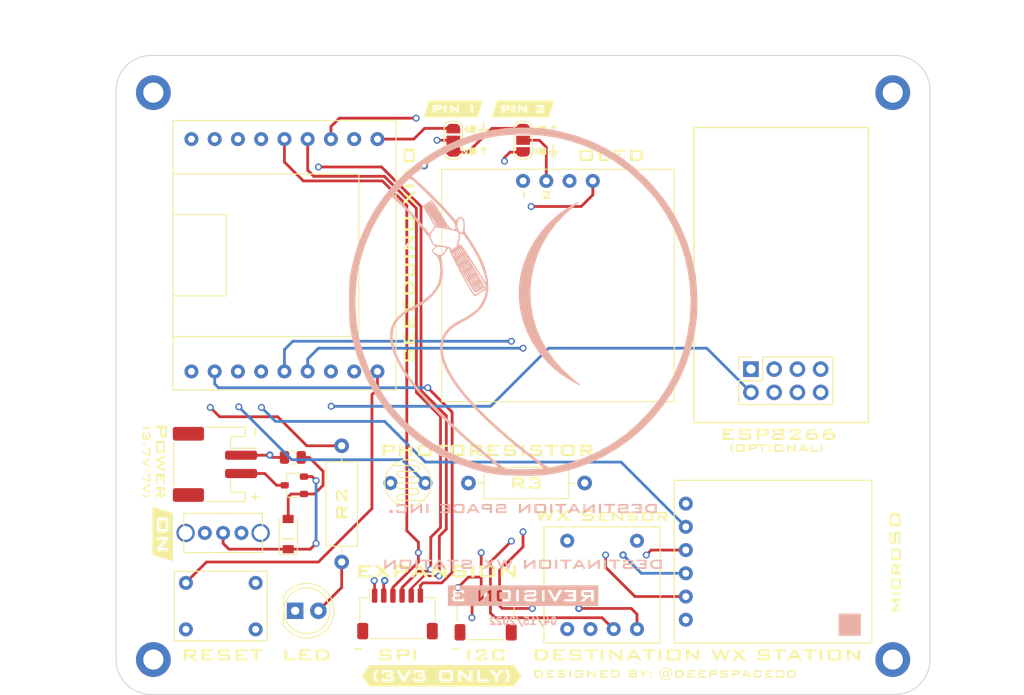
<source format=kicad_pcb>
(kicad_pcb (version 20211014) (generator pcbnew)
  (title_block (title "Destination Weather Station") (date "2022-04-13") (rev "01") (company "Destination SPACE Inc.") (comment 1 "Drawn by: Austin GIeydura") (comment 2 "Status: PROTOTYPE") (comment 3 "(c) Destination SPACE Inc. 2022") (comment 4 "Licensed under CERN OHLv2 - Permissive"))
  (layers (0 "F.Cu" signal) (1 "In1.Cu" signal) (2 "In2.Cu" signal) (31 "B.Cu" signal) (34 "B.Paste" user) (35 "F.Paste" user) (36 "B.SilkS" user "B.Silkscreen") (37 "F.SilkS" user "F.Silkscreen") (38 "B.Mask" user) (39 "F.Mask" user) (44 "Edge.Cuts" user))
  (net 0 "")
  (net 1 "+3V3")
  (net 2 "D3")
  (net 3 "MOSI")
  (net 4 "SCK")
  (net 5 "MISO")
  (net 6 "GND")
  (net 7 "D0")
  (net 8 "Net-(D2-Pad2)")
  (net 9 "VCC")
  (net 10 "Net-(JP1-Pad2)")
  (net 11 "Net-(JP2-Pad2)")
  (net 12 "D1")
  (net 13 "SDA")
  (net 14 "SCL")
  (net 15 "TX")
  (net 17 "RST")
  (net 18 "RX")
  (net 20 "Net-(J1-Pad2)")
  (net 21 "Net-(D1-Pad1)")
  (net 22 "Net-(D1-Pad2)")
  (net 25 "A2")
  (footprint "kibuzzard-62111204" (layer "F.Cu") (at 87.122 69.85 -90)
    (fp_text reference "kibuzzard-62111204" hide)
    (fp_text value "G***" hide)
  )
  (footprint "kibuzzard-62111258" (layer "F.Cu") (at 114.554 90.932)
    (fp_text reference "kibuzzard-62111258" hide)
    (fp_text value "G***" hide)
  )
  (footprint "kibuzzard-62111477" (layer "F.Cu") (at 137.922 36.322)
    (fp_text reference "kibuzzard-62111477" hide)
    (fp_text value "G***" hide)
  )
  (footprint "Connector_JST:JST_SH_SM04B-SRSS-TB_1x04-1MP_P1.00mm_Horizontal" (layer "F.Cu") (at 124.181997 86.581996)
    (fp_text reference "J3")
    (fp_text value "Conn_01x04_Female")
    (pad "1" smd roundrect (at -1.5 -2) (size 0.6 1.55) (layers "F.Cu" "F.Paste" "F.Mask") (net 6 "GND"))
    (pad "2" smd roundrect (at -0.5 -2) (size 0.6 1.55) (layers "F.Cu" "F.Paste" "F.Mask") (net 1 "+3V3"))
    (pad "3" smd roundrect (at 0.5 -2) (size 0.6 1.55) (layers "F.Cu" "F.Paste" "F.Mask") (net 13 "SDA"))
    (pad "4" smd roundrect (at 1.5 -2) (size 0.6 1.55) (layers "F.Cu" "F.Paste" "F.Mask") (net 14 "SCL"))
    (pad "MP" smd roundrect (at 2.8 1.875) (size 1.2 1.8) (layers "F.Cu" "F.Paste" "F.Mask") (roundrect_rratio 0.208333))
    (pad "MP" smd roundrect (at -2.8 1.875) (size 1.2 1.8) (layers "F.Cu" "F.Paste" "F.Mask") (roundrect_rratio 0.208333))
  )
  (footprint "Jumper:SolderJumper-3_P1.3mm_Open_RoundedPad1.0x1.5mm" (layer "F.Cu") (at 128.27 34.671 90)
    (fp_text reference "JP2")
    (fp_text value "Jumper_3_Open" hide)
    (pad "1" smd custom locked (at -1.3 0 90) (size 1 0.5) (layers "F.Cu" "F.Mask") (net 6 "GND") (options (clearance outline) (anchor rect)) (primitives (gr_circle (center 0 0.25) (end 0.5 0.25) (width 0) (fill yes)) (gr_circle (center 0 -0.25) (end 0.5 -0.25) (width 0) (fill yes)) (gr_poly (pts (xy 0.55 0.75) (xy 0 0.75) (xy 0 -0.75) (xy 0.55 -0.75)) (width 0) (fill yes))))
    (pad "2" smd rect locked (at 0 0 90) (size 1 1.5) (layers "F.Cu" "F.Mask") (net 11 "Net-(JP2-Pad2)"))
    (pad "3" smd custom locked (at 1.3 0 90) (size 1 0.5) (layers "F.Cu" "F.Mask") (net 1 "+3V3") (options (clearance outline) (anchor rect)) (primitives (gr_circle (center 0 0.25) (end 0.5 0.25) (width 0) (fill yes)) (gr_circle (center 0 -0.25) (end 0.5 -0.25) (width 0) (fill yes)) (gr_poly (pts (xy 0 0.75) (xy -0.55 0.75) (xy -0.55 -0.75) (xy 0 -0.75)) (width 0) (fill yes))))
  )
  (footprint "kibuzzard-621114C2" (layer "F.Cu") (at 128.27 31.242)
    (fp_text reference "kibuzzard-621114C2" hide)
    (fp_text value "G***" hide)
  )
  (footprint "Jumper:SolderJumper-3_P1.3mm_Open_RoundedPad1.0x1.5mm" (layer "F.Cu") (at 120.65 34.671 90)
    (fp_text reference "JP1")
    (fp_text value "Jumper_3_Open" hide)
    (pad "1" smd custom locked (at -1.3 0 90) (size 1 0.5) (layers "F.Cu" "F.Mask") (net 1 "+3V3") (options (clearance outline) (anchor rect)) (primitives (gr_circle (center 0 0.25) (end 0.5 0.25) (width 0) (fill yes)) (gr_circle (center 0 -0.25) (end 0.5 -0.25) (width 0) (fill yes)) (gr_poly (pts (xy 0.55 0.75) (xy 0 0.75) (xy 0 -0.75) (xy 0.55 -0.75)) (width 0) (fill yes))))
    (pad "2" smd rect locked (at 0 0 90) (size 1 1.5) (layers "F.Cu" "F.Mask") (net 10 "Net-(JP1-Pad2)"))
    (pad "3" smd custom locked (at 1.3 0 90) (size 1 0.5) (layers "F.Cu" "F.Mask") (net 6 "GND") (options (clearance outline) (anchor rect)) (primitives (gr_circle (center 0 0.25) (end 0.5 0.25) (width 0) (fill yes)) (gr_circle (center 0 -0.25) (end 0.5 -0.25) (width 0) (fill yes)) (gr_poly (pts (xy 0 0.75) (xy -0.55 0.75) (xy -0.55 -0.75) (xy 0 -0.75)) (width 0) (fill yes))))
  )
  (footprint "DS-connectors:BME280Breakout" (layer "F.Cu") (at 136.906 75.405996)
    (fp_text reference "U3")
    (fp_text value "BME280Breakout")
    (pad "1" thru_hole circle locked (at -3.81 12.7) (size 1.524 1.524) (drill 0.762) (layers *.Cu *.Mask) (net 6 "GND"))
    (pad "2" thru_hole circle locked (at -1.27 12.7) (size 1.524 1.524) (drill 0.762) (layers *.Cu *.Mask) (net 1 "+3V3"))
    (pad "3" thru_hole circle locked (at 1.27 12.7) (size 1.524 1.524) (drill 0.762) (layers *.Cu *.Mask) (net 13 "SDA"))
    (pad "4" thru_hole circle locked (at 3.81 12.7) (size 1.524 1.524) (drill 0.762) (layers *.Cu *.Mask) (net 14 "SCL"))
    (pad "5" thru_hole circle locked (at -3.81 3.048) (size 1.524 1.524) (drill 0.762) (layers *.Cu *.Mask) (net 6 "GND"))
    (pad "6" thru_hole circle locked (at 3.81 3.048) (size 1.524 1.524) (drill 0.762) (layers *.Cu *.Mask) (net 6 "GND"))
  )
  (footprint "MountingHole:MountingHole_2.2mm_M2_DIN965_Pad" (layer "F.Cu") (at 87.884 29.464)
    (fp_text reference "REF**")
    (fp_text value "MountingHole_2.2mm_M2_DIN965_Pad")
    (pad "1" thru_hole circle (at 0 0) (size 3.8 3.8) (drill 2.2) (layers *.Cu *.Mask))
  )
  (footprint "MountingHole:MountingHole_2.2mm_M2_DIN965_Pad" (layer "F.Cu") (at 87.884 91.44)
    (fp_text reference "REF**")
    (fp_text value "MountingHole_2.2mm_M2_DIN965_Pad")
    (pad "1" thru_hole circle (at 0 0) (size 3.8 3.8) (drill 2.2) (layers *.Cu *.Mask))
  )
  (footprint "kibuzzard-62360720" (layer "F.Cu") (at 118.872 81.788)
    (fp_text reference "kibuzzard-62360720" hide)
    (fp_text value "G***" hide)
  )
  (footprint "kibuzzard-6211129D" (layer "F.Cu") (at 124.206 90.932)
    (fp_text reference "kibuzzard-6211129D" hide)
    (fp_text value "G***" hide)
  )
  (footprint "kibuzzard-62111A14" (layer "F.Cu") (at 115.824 47.244 90)
    (fp_text reference "kibuzzard-62111A14" hide)
    (fp_text value "G***" hide)
  )
  (footprint "MountingHole:MountingHole_2.2mm_M2_DIN965_Pad" (layer "F.Cu") (at 168.656 91.44)
    (fp_text reference "REF**")
    (fp_text value "MountingHole_2.2mm_M2_DIN965_Pad")
    (pad "1" thru_hole circle (at 0 0) (size 3.8 3.8) (drill 2.2) (layers *.Cu *.Mask))
  )
  (footprint "Connector_JST:JST_SH_SM06B-SRSS-TB_1x06-1MP_P1.00mm_Horizontal" (layer "F.Cu") (at 114.554 86.454996)
    (fp_text reference "J4")
    (fp_text value "Conn_01x06_Female")
    (pad "1" smd roundrect (at -2.5 -2) (size 0.6 1.55) (layers "F.Cu" "F.Paste" "F.Mask") (net 6 "GND"))
    (pad "2" smd roundrect (at -1.5 -2) (size 0.6 1.55) (layers "F.Cu" "F.Paste" "F.Mask") (net 1 "+3V3"))
    (pad "3" smd roundrect (at -0.5 -2) (size 0.6 1.55) (layers "F.Cu" "F.Paste" "F.Mask") (net 5 "MISO"))
    (pad "4" smd roundrect (at 0.5 -2) (size 0.6 1.55) (layers "F.Cu" "F.Paste" "F.Mask") (net 4 "SCK"))
    (pad "5" smd roundrect (at 1.5 -2) (size 0.6 1.55) (layers "F.Cu" "F.Paste" "F.Mask") (net 3 "MOSI"))
    (pad "6" smd roundrect (at 2.5 -2) (size 0.6 1.55) (layers "F.Cu" "F.Paste" "F.Mask") (net 12 "D1"))
    (pad "MP" smd roundrect (at 3.8 1.875) (size 1.2 1.8) (layers "F.Cu" "F.Paste" "F.Mask") (roundrect_rratio 0.208333))
    (pad "MP" smd roundrect (at -3.8 1.875) (size 1.2 1.8) (layers "F.Cu" "F.Paste" "F.Mask") (roundrect_rratio 0.208333))
  )
  (footprint "DS-connectors:OLED_module" (layer "F.Cu") (at 132.08 32.766)
    (fp_text reference "U2")
    (fp_text value "OLED_module")
    (pad "1" thru_hole circle (at -3.81 6.35) (size 1.524 1.524) (drill 0.762) (layers *.Cu *.Mask) (net 10 "Net-(JP1-Pad2)"))
    (pad "2" thru_hole circle (at -1.27 6.35) (size 1.524 1.524) (drill 0.762) (layers *.Cu *.Mask) (net 11 "Net-(JP2-Pad2)"))
    (pad "3" thru_hole circle (at 1.27 6.35) (size 1.524 1.524) (drill 0.762) (layers *.Cu *.Mask) (net 14 "SCL"))
    (pad "4" thru_hole circle (at 3.81 6.35) (size 1.524 1.524) (drill 0.762) (layers *.Cu *.Mask) (net 13 "SDA"))
  )
  (footprint "DS-sensors:photoresistor" (layer "F.Cu") (at 115.697 63.246)
    (fp_text reference "R4" hide)
    (fp_text value "R_Photo")
    (pad "1" thru_hole circle (at -1.905 8.89) (size 1.524 1.524) (drill 0.762) (layers *.Cu *.Mask) (net 1 "+3V3"))
    (pad "2" thru_hole circle (at 1.905 8.89) (size 1.524 1.524) (drill 0.762) (layers *.Cu *.Mask) (net 25 "A2"))
  )
  (footprint "kibuzzard-6211110C" (layer "F.Cu") (at 88.773 69.85 -90)
    (fp_text reference "kibuzzard-6211110C" hide)
    (fp_text value "G***" hide)
  )
  (footprint "kibuzzard-6211115D" (layer "F.Cu") (at 95.504 90.932)
    (fp_text reference "kibuzzard-6211115D" hide)
    (fp_text value "G***" hide)
  )
  (footprint "DS-connectors:SW_SPDT" (layer "F.Cu") (at 95.504 70.596989)
    (fp_text reference "SW1")
    (fp_text value "SW_SPDT")
    (pad "" thru_hole circle (at -4.1 7) (size 2 2) (drill 1.5) (layers *.Cu *.Mask))
    (pad "" thru_hole circle (at 4.1 7) (size 2 2) (drill 1.5) (layers *.Cu *.Mask))
    (pad "1" thru_hole circle (at -2 7) (size 1.524 1.524) (drill 0.8) (layers *.Cu *.Mask) (net 9 "VCC"))
    (pad "2" thru_hole circle (at 0 7) (size 1.524 1.524) (drill 0.8) (layers *.Cu *.Mask) (net 21 "Net-(D1-Pad1)"))
    (pad "3" thru_hole circle (at 2 7) (size 1.524 1.524) (drill 0.8) (layers *.Cu *.Mask))
  )
  (footprint "kibuzzard-62111432" (layer "F.Cu") (at 155.956 68.326)
    (fp_text reference "kibuzzard-62111432" hide)
    (fp_text value "G***" hide)
  )
  (footprint "Diode_SMD:D_SOD-123" (layer "F.Cu") (at 102.616 77.724 90)
    (fp_text reference "D1" hide)
    (fp_text value "MMSZ5235B")
    (pad "1" smd rect (at -1.65 0 90) (size 0.9 1.2) (layers "F.Cu" "F.Paste" "F.Mask") (net 21 "Net-(D1-Pad1)"))
    (pad "2" smd rect (at 1.65 0 90) (size 0.9 1.2) (layers "F.Cu" "F.Paste" "F.Mask") (net 22 "Net-(D1-Pad2)"))
  )
  (footprint "system1:SDModule" (layer "F.Cu") (at 144.78 70.579996)
    (fp_text reference "U4")
    (fp_text value "SD-module")
    (pad "1" thru_hole circle locked (at 1.27 3.81) (size 1.524 1.524) (drill 0.762) (layers *.Cu *.Mask) (net 1 "+3V3"))
    (pad "2" thru_hole circle locked (at 1.27 6.35) (size 1.524 1.524) (drill 0.762) (layers *.Cu *.Mask) (net 2 "D3"))
    (pad "3" thru_hole circle locked (at 1.27 8.89) (size 1.524 1.524) (drill 0.762) (layers *.Cu *.Mask) (net 3 "MOSI"))
    (pad "4" thru_hole circle locked (at 1.27 11.43) (size 1.524 1.524) (drill 0.762) (layers *.Cu *.Mask) (net 4 "SCK"))
    (pad "5" thru_hole circle locked (at 1.27 13.97) (size 1.524 1.524) (drill 0.762) (layers *.Cu *.Mask) (net 5 "MISO"))
    (pad "6" thru_hole circle locked (at 1.27 16.51) (size 1.524 1.524) (drill 0.762) (layers *.Cu *.Mask) (net 6 "GND"))
  )
  (footprint "MountingHole:MountingHole_2.2mm_M2_DIN965_Pad" (layer "F.Cu") (at 168.656 29.464)
    (fp_text reference "REF**")
    (fp_text value "MountingHole_2.2mm_M2_DIN965_Pad")
    (pad "1" thru_hole circle (at 0 0) (size 3.8 3.8) (drill 2.2) (layers *.Cu *.Mask))
  )
  (footprint "kibuzzard-62111A45" (layer "F.Cu") (at 147.32 90.932)
    (fp_text reference "kibuzzard-62111A45" hide)
    (fp_text value "G***" hide)
  )
  (footprint "kibuzzard-621113E9" (layer "F.Cu") (at 156.21 66.802)
    (fp_text reference "kibuzzard-621113E9" hide)
    (fp_text value "G***" hide)
  )
  (footprint "kibuzzard-6211140D" (layer "F.Cu") (at 136.906 75.692)
    (fp_text reference "kibuzzard-6211140D" hide)
    (fp_text value "G***" hide)
  )
  (footprint "kibuzzard-62111233" (layer "F.Cu") (at 104.648 90.932)
    (fp_text reference "kibuzzard-62111233" hide)
    (fp_text value "G***" hide)
  )
  (footprint "kibuzzard-6211136D" (layer "F.Cu") (at 124.46 68.58)
    (fp_text reference "kibuzzard-6211136D" hide)
    (fp_text value "G***" hide)
  )
  (footprint "DS-connectors:DPDTPushButton" (layer "F.Cu") (at 95.25 80.518)
    (fp_text reference "SW2")
    (fp_text value "SW_Push_Dual")
    (pad "1" thru_hole circle locked (at -3.81 2.54) (size 1.524 1.524) (drill 0.762) (layers *.Cu *.Mask) (net 17 "RST"))
    (pad "2" thru_hole circle locked (at 3.81 2.54) (size 1.524 1.524) (drill 0.762) (layers *.Cu *.Mask))
    (pad "3" thru_hole circle locked (at -3.81 7.62) (size 1.524 1.524) (drill 0.762) (layers *.Cu *.Mask) (net 6 "GND"))
    (pad "4" thru_hole circle locked (at 3.81 7.62) (size 1.524 1.524) (drill 0.762) (layers *.Cu *.Mask))
  )
  (footprint "DS-ics:SC-96" (layer "F.Cu") (at 97.33501 72.39 90)
    (fp_text reference "Q1")
    (fp_text value "RRR040P03HZG")
    (pad "1" smd roundrect (at -0.95 7 90) (size 0.7 0.9) (layers "F.Cu" "F.Paste" "F.Mask") (net 22 "Net-(D1-Pad2)"))
    (pad "2" smd roundrect (at 0.95 7 90) (size 0.7 0.9) (layers "F.Cu" "F.Paste" "F.Mask") (net 21 "Net-(D1-Pad1)"))
    (pad "3" smd roundrect (at 0 4.9 90) (size 0.7 0.9) (layers "F.Cu" "F.Paste" "F.Mask") (net 20 "Net-(J1-Pad2)"))
  )
  (footprint "DS-connectors:XiaoCarrier" (layer "F.Cu") (at 86.962996 47.244 90)
    (fp_text reference "U1")
    (fp_text value "XiaoCarrier")
    (pad "1" thru_hole circle (at 12.7 5.08 90) (size 1.524 1.524) (drill 0.762) (layers *.Cu *.Mask) (net 9 "VCC"))
    (pad "2" thru_hole circle (at 12.7 7.62 90) (size 1.524 1.524) (drill 0.762) (layers *.Cu *.Mask) (net 6 "GND"))
    (pad "3" thru_hole circle (at 12.7 10.16 90) (size 1.524 1.524) (drill 0.762) (layers *.Cu *.Mask) (net 1 "+3V3"))
    (pad "4" thru_hole circle (at 12.7 12.7 90) (size 1.524 1.524) (drill 0.762) (layers *.Cu *.Mask) (net 3 "MOSI"))
    (pad "5" thru_hole circle (at 12.7 15.24 90) (size 1.524 1.524) (drill 0.762) (layers *.Cu *.Mask) (net 5 "MISO"))
    (pad "6" thru_hole circle (at 12.7 17.78 90) (size 1.524 1.524) (drill 0.762) (layers *.Cu *.Mask) (net 4 "SCK"))
    (pad "7" thru_hole circle (at 12.7 20.32 90) (size 1.524 1.524) (drill 0.762) (layers *.Cu *.Mask) (net 18 "RX"))
    (pad "8" thru_hole circle (at 12.7 22.86 90) (size 1.524 1.524) (drill 0.762) (layers *.Cu *.Mask))
    (pad "9" thru_hole circle (at 12.7 25.4 90) (size 1.524 1.524) (drill 0.762) (layers *.Cu *.Mask) (net 6 "GND"))
    (pad "10" thru_hole circle (at -12.7 25.4 270) (size 1.524 1.524) (drill 0.762) (layers *.Cu *.Mask) (net 17 "RST"))
    (pad "11" thru_hole circle (at -12.7 22.86 270) (size 1.524 1.524) (drill 0.762) (layers *.Cu *.Mask))
    (pad "12" thru_hole circle (at -12.7 20.32 270) (size 1.524 1.524) (drill 0.762) (layers *.Cu *.Mask) (net 15 "TX"))
    (pad "13" thru_hole circle (at -12.7 17.78 270) (size 1.524 1.524) (drill 0.762) (layers *.Cu *.Mask) (net 14 "SCL"))
    (pad "14" thru_hole circle (at -12.7 15.24 270) (size 1.524 1.524) (drill 0.762) (layers *.Cu *.Mask) (net 13 "SDA"))
    (pad "15" thru_hole circle (at -12.7 12.7 270) (size 1.524 1.524) (drill 0.762) (layers *.Cu *.Mask) (net 2 "D3"))
    (pad "16" thru_hole circle (at -12.7 10.16 270) (size 1.524 1.524) (drill 0.762) (layers *.Cu *.Mask) (net 25 "A2"))
    (pad "17" thru_hole circle (at -12.7 7.62 270) (size 1.524 1.524) (drill 0.762) (layers *.Cu *.Mask) (net 12 "D1"))
    (pad "18" thru_hole circle (at -12.7 5.08 270) (size 1.524 1.524) (drill 0.762) (layers *.Cu *.Mask) (net 7 "D0"))
  )
  (footprint "Connector_PinHeader_2.54mm:PinHeader_2x04_P2.54mm_Vertical" (layer "F.Cu") (at 153.162 62.23 90)
    (fp_text reference "J2")
    (fp_text value "Conn_02x04_Odd_Even")
    (pad "1" thru_hole rect (at 2.54 0 90) (size 1.7 1.7) (drill 1) (layers *.Cu *.Mask) (net 6 "GND"))
    (pad "2" thru_hole oval (at 0 0 90) (size 1.7 1.7) (drill 1) (layers *.Cu *.Mask) (net 15 "TX"))
    (pad "3" thru_hole oval (at 2.54 2.54 90) (size 1.7 1.7) (drill 1) (layers *.Cu *.Mask))
    (pad "4" thru_hole oval (at 0 2.54 90) (size 1.7 1.7) (drill 1) (layers *.Cu *.Mask) (net 1 "+3V3"))
    (pad "5" thru_hole oval (at 2.54 5.08 90) (size 1.7 1.7) (drill 1) (layers *.Cu *.Mask))
    (pad "6" thru_hole oval (at 0 5.08 90) (size 1.7 1.7) (drill 1) (layers *.Cu *.Mask))
    (pad "7" thru_hole oval (at 2.54 7.62 90) (size 1.7 1.7) (drill 1) (layers *.Cu *.Mask) (net 18 "RX"))
    (pad "8" thru_hole oval (at 0 7.62 90) (size 1.7 1.7) (drill 1) (layers *.Cu *.Mask) (net 1 "+3V3"))
  )
  (footprint "kibuzzard-62598C40" (layer "F.Cu") (at 128.651 72.136)
    (fp_text reference "kibuzzard-62598C40" hide)
    (fp_text value "G***" hide)
  )
  (footprint "kibuzzard-621113A9" (layer "F.Cu") (at 168.91 80.772 90)
    (fp_text reference "kibuzzard-621113A9" hide)
    (fp_text value "G***" hide)
  )
  (footprint "kibuzzard-62111A8A" (layer "F.Cu") (at 143.764 92.964)
    (fp_text reference "kibuzzard-62111A8A" hide)
    (fp_text value "G***" hide)
  )
  (footprint "LED_THT:LED_D5.0mm" (layer "F.Cu") (at 103.372996 86.106)
    (fp_text reference "D2")
    (fp_text value "LED" hide)
    (pad "1" thru_hole rect locked (at 0 0) (size 1.8 1.8) (drill 0.9) (layers *.Cu *.Mask) (net 6 "GND"))
    (pad "2" thru_hole circle locked (at 2.54 0) (size 1.8 1.8) (drill 0.9) (layers *.Cu *.Mask) (net 8 "Net-(D2-Pad2)"))
  )
  (footprint "Resistor_SMD:R_0805_2012Metric" (layer "F.Cu") (at 103.124 69.342 180)
    (fp_text reference "R1")
    (fp_text value "100R")
    (pad "1" smd roundrect (at -0.9125 0 180) (size 1.025 1.4) (layers "F.Cu" "F.Paste" "F.Mask") (roundrect_rratio 0.243902) (net 22 "Net-(D1-Pad2)"))
    (pad "2" smd roundrect (at 0.9125 0 180) (size 1.025 1.4) (layers "F.Cu" "F.Paste" "F.Mask") (roundrect_rratio 0.243902) (net 6 "GND"))
  )
  (footprint "Connector_JST:JST_PH_S2B-PH-SM4-TB_1x02-1MP_P2.00mm_Horizontal" (layer "F.Cu") (at 94.615 70.104 -90)
    (fp_text reference "J1")
    (fp_text value "Conn_01x02_Female")
    (pad "1" smd roundrect (at -1 -2.85 270) (size 1 3.5) (layers "F.Cu" "F.Paste" "F.Mask") (net 6 "GND"))
    (pad "2" smd roundrect (at 1 -2.85 270) (size 1 3.5) (layers "F.Cu" "F.Paste" "F.Mask") (net 20 "Net-(J1-Pad2)"))
    (pad "MP" smd roundrect (at 3.35 2.9 270) (size 1.5 3.4) (layers "F.Cu" "F.Paste" "F.Mask") (roundrect_rratio 0.1666673333))
    (pad "MP" smd roundrect (at -3.35 2.9 270) (size 1.5 3.4) (layers "F.Cu" "F.Paste" "F.Mask") (roundrect_rratio 0.1666673333))
  )
  (footprint "kibuzzard-62111924" (layer "F.Cu") (at 120.65 31.242)
    (fp_text reference "kibuzzard-62111924" hide)
    (fp_text value "G***" hide)
  )
  (footprint "kibuzzard-62111182" (layer "F.Cu") (at 88.9 77.724 -90)
    (fp_text reference "kibuzzard-62111182" hide)
    (fp_text value "G***" hide)
  )
  (footprint "kibuzzard-6211193D" (layer "F.Cu") (at 128.27 40.64)
    (fp_text reference "kibuzzard-6211193D" hide)
    (fp_text value "G***" hide)
  )
  (footprint "Resistor_THT:R_Axial_DIN0309_L9.0mm_D3.2mm_P12.70mm_Horizontal" (layer "F.Cu") (at 122.301 72.136)
    (fp_text reference "R3")
    (fp_text value "10K")
    (pad "1" thru_hole circle (at 0 0) (size 1.6 1.6) (drill 0.8) (layers *.Cu *.Mask) (net 25 "A2"))
    (pad "2" thru_hole oval (at 12.7 0) (size 1.6 1.6) (drill 0.8) (layers *.Cu *.Mask) (net 6 "GND"))
  )
  (footprint "kibuzzard-62111949" (layer "F.Cu") (at 130.81 40.64)
    (fp_text reference "kibuzzard-62111949" hide)
    (fp_text value "G***" hide)
  )
  (footprint "Resistor_THT:R_Axial_DIN0309_L9.0mm_D3.2mm_P12.70mm_Horizontal" (layer "F.Cu") (at 108.458 68.072 -90)
    (fp_text reference "R2" hide)
    (fp_text value "R_Small_US")
    (pad "1" thru_hole circle locked (at 0 0 270) (size 1.6 1.6) (drill 0.8) (layers *.Cu *.Mask) (net 7 "D0"))
    (pad "2" thru_hole oval locked (at 12.7 0 270) (size 1.6 1.6) (drill 0.8) (layers *.Cu *.Mask) (net 8 "Net-(D2-Pad2)"))
  )
  (footprint "kibuzzard-62111327" (layer "F.Cu") (at 119.38 93.218)
    (fp_text reference "kibuzzard-62111327" hide)
    (fp_text value "G***" hide)
  )
  (footprint "kibuzzard-6212B2ED" (layer "F.Cu") (at 108.458 74.422 90)
    (fp_text reference "kibuzzard-6212B2ED" hide)
    (fp_text value "G***" hide)
  )
  (footprint "kibuzzard-62111B43" (layer "B.Cu") (at 128.27 81.026 180)
    (fp_text reference "kibuzzard-62111B43" hide)
    (fp_text value "G***" hide)
  )
  (footprint "kibuzzard-62155D2C" (layer "B.Cu") (at 128.27 84.455 180)
    (fp_text reference "kibuzzard-62155D2C" hide)
    (fp_text value "G***" hide)
  )
  (footprint "graphics:DS_Logo_1.5in" (layer "B.Cu") (at 128.27 52.324 180)
    (fp_text reference "G***" hide)
    (fp_text value "LOGO" hide)
  )
  (footprint "kibuzzard-62111ABC" (layer "B.Cu") (at 128.27 74.93 180)
    (fp_text reference "kibuzzard-62111ABC" hide)
    (fp_text value "G***" hide)
  )
  (gr_rect (start 162.814 88.773) (end 165.1 86.487) (layer "B.SilkS") (width 0.15) (fill solid))
  (gr_line (start 123.825 34.036) (end 124.079 34.036) (layer "F.SilkS") (width 0.15))
  (gr_line (start 129.7892 33.7772) (end 129.7892 33.1772) (layer "F.SilkS") (width 0.15))
  (gr_line (start 131.572 33.0962) (end 131.826 33.3502) (layer "F.SilkS") (width 0.15))
  (gr_line (start 123.571 33.782) (end 124.333 33.782) (layer "F.SilkS") (width 0.15))
  (gr_rect (start 122.4788 33.1597) (end 123.1138 33.7947) (layer "F.SilkS") (width 0.15) (fill solid))
  (gr_line (start 123.952 35.433) (end 123.952 36.195) (layer "F.SilkS") (width 0.15))
  (gr_line (start 123.952 35.433) (end 124.206 35.687) (layer "F.SilkS") (width 0.15))
  (gr_line (start 131.064 35.941) (end 132.08 35.941) (layer "F.SilkS") (width 0.15))
  (gr_line (start 129.4892 33.4772) (end 129.7892 33.7772) (layer "F.SilkS") (width 0.15))
  (gr_line (start 131.572 33.0962) (end 131.572 33.8582) (layer "F.SilkS") (width 0.15))
  (gr_line (start 123.952 33.528) (end 123.952 32.766) (layer "F.SilkS") (width 0.15))
  (gr_line (start 131.445 36.449) (end 131.699 36.449) (layer "F.SilkS") (width 0.15))
  (gr_rect (start 130.0988 35.5473) (end 130.7338 36.1823) (layer "F.SilkS") (width 0.15) (fill solid))
  (gr_line (start 131.191 36.195) (end 131.953 36.195) (layer "F.SilkS") (width 0.15))
  (gr_line (start 122.1692 33.7772) (end 121.8692 33.4772) (layer "F.SilkS") (width 0.15))
  (gr_line (start 101.981 78.232) (end 103.251 78.232) (layer "F.SilkS") (width 0.15))
  (gr_line (start 120.523 90.297) (end 121.285 90.297) (layer "F.SilkS") (width 0.15))
  (gr_line (start 121.8692 33.4772) (end 122.1692 33.1772) (layer "F.SilkS") (width 0.15))
  (gr_line (start 109.855 90.297) (end 110.617 90.297) (layer "F.SilkS") (width 0.15))
  (gr_rect (start 130.0988 33.1597) (end 130.7338 33.7947) (layer "F.SilkS") (width 0.15) (fill solid))
  (gr_line (start 131.572 35.941) (end 131.572 35.179) (layer "F.SilkS") (width 0.15))
  (gr_line (start 131.318 33.3502) (end 131.572 33.0962) (layer "F.SilkS") (width 0.15))
  (gr_line (start 123.698 35.687) (end 123.952 35.433) (layer "F.SilkS") (width 0.15))
  (gr_line (start 129.7892 33.1772) (end 129.4892 33.4772) (layer "F.SilkS") (width 0.15))
  (gr_rect (start 146.939 33.274) (end 165.989 65.532) (layer "F.SilkS") (width 0.15) (fill none))
  (gr_line (start 122.1692 33.1772) (end 122.1692 33.7772) (layer "F.SilkS") (width 0.15))
  (gr_rect (start 122.4788 35.5473) (end 123.1138 36.1823) (layer "F.SilkS") (width 0.15) (fill solid))
  (gr_line (start 123.444 33.528) (end 124.46 33.528) (layer "F.SilkS") (width 0.15))
  (gr_line (start 83.82 91.44) (end 83.82 29.21) (layer "Edge.Cuts") (width 0.1))
  (gr_arc (start 87.63 95.25) (mid 84.935923 94.134077) (end 83.82 91.44) (layer "Edge.Cuts") (width 0.1))
  (gr_arc (start 172.72 91.44) (mid 171.604077 94.134077) (end 168.91 95.25) (layer "Edge.Cuts") (width 0.1))
  (gr_line (start 87.63 25.4) (end 168.91 25.4) (layer "Edge.Cuts") (width 0.1))
  (gr_line (start 168.91 95.25) (end 87.63 95.25) (layer "Edge.Cuts") (width 0.1))
  (gr_line (start 172.72 29.21) (end 172.72 91.44) (layer "Edge.Cuts") (width 0.1))
  (gr_arc (start 168.91 25.4) (mid 171.604077 26.515923) (end 172.72 29.21) (layer "Edge.Cuts") (width 0.1))
  (gr_arc (start 83.82 29.21) (mid 84.935923 26.515923) (end 87.63 25.4) (layer "Edge.Cuts") (width 0.1))
  (gr_text "04/15/2022" (at 128.27 87.249) (layer "B.SilkS") (effects (font (size 0.762 0.762) (thickness 0.1905)) (justify mirror)))
  (gr_text "-" (at 99.06 66.548 270) (layer "F.SilkS") (effects (font (size 1 1))))
  (gr_text "+" (at 99.06 73.66 270) (layer "F.SilkS") (effects (font (size 1 1))))
  (segment (start 123.698 82.423) (end 122.301 82.423) (width 0.3048) (layer "F.Cu") (net 1))
  (segment (start 117.475 37.465) (end 118.969 35.971) (width 0.3048) (layer "F.Cu") (net 1))
  (segment (start 122.271 35.971) (end 124.871 33.371) (width 0.3048) (layer "F.Cu") (net 1))
  (segment (start 123.698 82.423) (end 123.698 84.606) (width 0.3048) (layer "F.Cu") (net 1))
  (segment (start 113.054 82.907) (end 113.054 84.614) (width 0.3048) (layer "F.Cu") (net 1))
  (segment (start 124.871 33.371) (end 128.27 33.371) (width 0.3048) (layer "F.Cu") (net 1))
  (segment (start 123.698 79.756) (end 123.698 82.423) (width 0.3048) (layer "F.Cu") (net 1))
  (segment (start 120.65 35.971) (end 122.271 35.971) (width 0.3048) (layer "F.Cu") (net 1))
  (segment (start 113.157 82.804) (end 113.054 82.907) (width 0.3048) (layer "F.Cu") (net 1))
  (segment (start 122.301 82.423) (end 121.158 83.566) (width 0.3048) (layer "F.Cu") (net 1))
  (segment (start 118.969 35.971) (end 120.65 35.971) (width 0.3048) (layer "F.Cu") (net 1))
  (via (at 113.157 82.804) (size 0.8) (drill 0.4) (layers "F.Cu" "B.Cu") (net 1))
  (via (at 121.158 83.566) (size 0.762) (drill 0.4572) (layers "F.Cu" "B.Cu") (net 1))
  (via (at 123.698 79.756) (size 0.762) (drill 0.4572) (layers "F.Cu" "B.Cu") (net 1))
  (via (at 117.475 37.465) (size 0.8) (drill 0.4) (layers "F.Cu" "B.Cu") (net 1))
  (via (at 99.695 63.881) (size 0.762) (drill 0.4572) (layers "F.Cu" "B.Cu") (net 2))
  (segment (start 117.602 69.85) (end 138.97 69.85) (width 0.3048) (layer "B.Cu") (net 2))
  (segment (start 138.97 69.85) (end 146.05 76.93) (width 0.3048) (layer "B.Cu") (net 2))
  (segment (start 101.219 65.405) (end 113.157 65.405) (width 0.3048) (layer "B.Cu") (net 2))
  (segment (start 99.695 63.881) (end 101.219 65.405) (width 0.3048) (layer "B.Cu") (net 2))
  (segment (start 113.157 65.405) (end 117.602 69.85) (width 0.3048) (layer "B.Cu") (net 2))
  (segment (start 117.123089 41.909657) (end 112.805432 37.592) (width 0.3048) (layer "F.Cu") (net 3))
  (segment (start 119.126 82.275522) (end 119.126 77.948568) (width 0.3048) (layer "F.Cu") (net 3))
  (segment (start 141.732 80.01) (end 142.272 79.47) (width 0.3048) (layer "F.Cu") (net 3))
  (segment (start 142.272 79.47) (end 146.05 79.47) (width 0.3048) (layer "F.Cu") (net 3))
  (segment (start 116.054 83.677534) (end 117.431223 82.300311) (width 0.25) (layer "F.Cu") (net 3))
  (segment (start 112.805432 37.592) (end 105.918 37.592) (width 0.3048) (layer "F.Cu") (net 3))
  (segment (start 117.431223 82.300311) (end 119.101211 82.300311) (width 0.25) (layer "F.Cu") (net 3))
  (segment (start 119.888 64.790494) (end 117.123089 62.025583) (width 0.3048) (layer "F.Cu") (net 3))
  (segment (start 119.126 77.948568) (end 119.888 77.186568) (width 0.3048) (layer "F.Cu") (net 3))
  (segment (start 117.123089 62.025583) (end 117.123089 41.909657) (width 0.3048) (layer "F.Cu") (net 3))
  (segment (start 119.888 77.186568) (end 119.888 64.790494) (width 0.3048) (layer "F.Cu") (net 3))
  (segment (start 119.101211 82.300311) (end 119.126 82.275522) (width 0.3048) (layer "F.Cu") (net 3))
  (segment (start 116.054 84.455) (end 116.054 83.677534) (width 0.25) (layer "F.Cu") (net 3))
  (via (at 141.732 80.01) (size 0.762) (drill 0.4572) (layers "F.Cu" "B.Cu") (net 3))
  (via (at 105.918 37.592) (size 0.762) (drill 0.4572) (layers "F.Cu" "B.Cu") (net 3))
  (via (at 119.101211 82.300311) (size 0.762) (drill 0.4572) (layers "F.Cu" "B.Cu") (net 3))
  (segment (start 105.41368 38.61168) (end 104.743 37.941) (width 0.3048) (layer "F.Cu") (net 4))
  (segment (start 116.618769 42.118553) (end 113.111896 38.61168) (width 0.3048) (layer "F.Cu") (net 4))
  (segment (start 116.84 81.788) (end 115.054 83.574) (width 0.3048) (layer "F.Cu") (net 4))
  (segment (start 117.963174 81.788) (end 116.84 81.788) (width 0.3048) (layer "F.Cu") (net 4))
  (segment (start 119.253 77.010784) (end 119.253 64.86871) (width 0.3048) (layer "F.Cu") (net 4))
  (segment (start 118.183763 81.567411) (end 118.183763 78.080021) (width 0.3048) (layer "F.Cu") (net 4))
  (segment (start 118.183763 78.080021) (end 119.253 77.010784) (width 0.3048) (layer "F.Cu") (net 4))
  (segment (start 115.054 83.574) (end 115.054 84.614) (width 0.3048) (layer "F.Cu") (net 4))
  (segment (start 119.253 64.86871) (end 116.618769 62.234479) (width 0.3048) (layer "F.Cu") (net 4))
  (segment (start 116.618769 62.234479) (end 116.618769 42.118553) (width 0.3048) (layer "F.Cu") (net 4))
  (segment (start 113.111896 38.61168) (end 105.41368 38.61168) (width 0.3048) (layer "F.Cu") (net 4))
  (segment (start 118.183763 81.567411) (end 117.963174 81.788) (width 0.3048) (layer "F.Cu") (net 4))
  (segment (start 104.743 37.941) (end 104.743 34.544) (width 0.3048) (layer "F.Cu") (net 4))
  (via (at 139.192 80.01) (size 0.8) (drill 0.4) (layers "F.Cu" "B.Cu") (net 4))
  (via (at 118.183763 81.567411) (size 0.762) (drill 0.4572) (layers "F.Cu" "B.Cu") (net 4))
  (segment (start 141.192 82.01) (end 146.05 82.01) (width 0.3048) (layer "B.Cu") (net 4))
  (segment (start 139.192 80.01) (end 141.192 82.01) (width 0.3048) (layer "B.Cu") (net 4))
  (segment (start 137.287 80.01) (end 137.287 81.343) (width 0.3048) (layer "F.Cu") (net 5))
  (segment (start 140.494 84.55) (end 146.05 84.55) (width 0.3048) (layer "F.Cu") (net 5))
  (segment (start 116.84 78.613) (end 115.57 77.343) (width 0.3048) (layer "F.Cu") (net 5))
  (segment (start 115.57 41.783) (end 112.903 39.116) (width 0.3048) (layer "F.Cu") (net 5))
  (segment (start 112.903 39.116) (end 104.267 39.116) (width 0.3048) (layer "F.Cu") (net 5))
  (segment (start 116.84 80.772) (end 114.046 83.566) (width 0.3048) (layer "F.Cu") (net 5))
  (segment (start 115.57 77.343) (end 115.57 41.783) (width 0.3048) (layer "F.Cu") (net 5))
  (segment (start 114.046 83.566) (end 114.046 84.121178) (width 0.3048) (layer "F.Cu") (net 5))
  (segment (start 114.054 84.129178) (end 114.054 84.614) (width 0.3048) (layer "F.Cu") (net 5))
  (segment (start 116.84 79.756) (end 116.84 80.772) (width 0.3048) (layer "F.Cu") (net 5))
  (segment (start 102.203 37.052) (end 102.203 34.544) (width 0.3048) (layer "F.Cu") (net 5))
  (segment (start 114.046 84.121178) (end 114.054 84.129178) (width 0.3048) (layer "F.Cu") (net 5))
  (segment (start 116.84 79.756) (end 116.84 78.613) (width 0.3048) (layer "F.Cu") (net 5))
  (segment (start 104.267 39.116) (end 102.203 37.052) (width 0.3048) (layer "F.Cu") (net 5))
  (segment (start 137.287 81.343) (end 140.494 84.55) (width 0.3048) (layer "F.Cu") (net 5))
  (via (at 116.84 79.756) (size 0.762) (drill 0.4572) (layers "F.Cu" "B.Cu") (net 5))
  (via (at 137.287 80.01) (size 0.762) (drill 0.4572) (layers "F.Cu" "B.Cu") (net 5))
  (segment (start 122.706 86.844) (end 122.682 86.868) (width 0.3048) (layer "F.Cu") (net 6))
  (segment (start 112.014 82.804) (end 112.054 82.844) (width 0.3048) (layer "F.Cu") (net 6))
  (segment (start 102.2115 69.342) (end 100.854 69.342) (width 0.3048) (layer "F.Cu") (net 6))
  (segment (start 112.054 82.844) (end 112.054 84.614) (width 0.3048) (layer "F.Cu") (net 6))
  (segment (start 122.706 84.614) (end 122.706 86.844) (width 0.3048) (layer "F.Cu") (net 6))
  (segment (start 112.362996 34.544) (end 116.332 34.544) (width 0.3048) (layer "F.Cu") (net 6))
  (segment (start 126.238 36.957) (end 126.238 36.576) (width 0.3048) (layer "F.Cu") (net 6))
  (segment (start 126.843 35.971) (end 128.27 35.971) (width 0.3048) (layer "F.Cu") (net 6))
  (segment (start 126.238 36.576) (end 126.843 35.971) (width 0.3048) (layer "F.Cu") (net 6))
  (segment (start 100.600002 69.104002) (end 96.039991 69.104002) (width 0.3048) (layer "F.Cu") (net 6))
  (segment (start 100.854 69.342) (end 100.6 69.088) (width 0.3048) (layer "F.Cu") (net 6))
  (segment (start 116.332 34.544) (end 117.504997 33.371003) (width 0.3048) (layer "F.Cu") (net 6))
  (segment (start 117.504997 33.371003) (end 120.65 33.371003) (width 0.3048) (layer "F.Cu") (net 6))
  (via (at 100.6 69.088) (size 0.8) (drill 0.4) (layers "F.Cu" "B.Cu") (net 6))
  (via (at 126.238 36.957) (size 0.762) (drill 0.4572) (layers "F.Cu" "B.Cu") (net 6))
  (via (at 122.682 86.868) (size 0.762) (drill 0.4572) (layers "F.Cu" "B.Cu") (net 6))
  (via (at 112.014 82.804) (size 0.762) (drill 0.4572) (layers "F.Cu" "B.Cu") (net 6))
  (segment (start 104.648 68.072) (end 108.458 68.072) (width 0.3048) (layer "F.Cu") (net 7))
  (segment (start 95.123 64.897) (end 101.473 64.897) (width 0.3048) (layer "F.Cu") (net 7))
  (segment (start 104.648 68.072) (end 101.473 64.897) (width 0.3048) (layer "F.Cu") (net 7))
  (segment (start 94.107 63.881) (end 95.123 64.897) (width 0.3048) (layer "F.Cu") (net 7))
  (via (at 94.107 63.881) (size 0.762) (drill 0.4572) (layers "F.Cu" "B.Cu") (net 7))
  (segment (start 108.458 83.560996) (end 105.912996 86.106) (width 0.3048) (layer "F.Cu") (net 8))
  (segment (start 108.458 80.772) (end 108.458 83.560996) (width 0.3048) (layer "F.Cu") (net 8))
  (segment (start 120.65 34.671) (end 118.872 34.671) (width 0.3048) (layer "F.Cu") (net 10))
  (via (at 118.872 34.671) (size 0.762) (drill 0.4572) (layers "F.Cu" "B.Cu") (net 10))
  (segment (start 130.81 35.433) (end 130.81 38.956996) (width 0.3048) (layer "F.Cu") (net 11))
  (segment (start 130.048 34.671) (end 128.27 34.671) (width 0.3048) (layer "F.Cu") (net 11))
  (segment (start 130.048 34.671) (end 130.81 35.433) (width 0.3048) (layer "F.Cu") (net 11))
  (segment (start 117.054 83.352) (end 117.054 84.614) (width 0.3048) (layer "F.Cu") (net 12))
  (segment (start 117.856 61.722) (end 120.523 64.389) (width 0.3048) (layer "F.Cu") (net 12))
  (segment (start 120.523 81.915) (end 119.38 83.058) (width 0.3048) (layer "F.Cu") (net 12))
  (segment (start 117.348 83.058) (end 117.054 83.352) (width 0.3048) (layer "F.Cu") (net 12))
  (segment (start 119.38 83.058) (end 117.348 83.058) (width 0.3048) (layer "F.Cu") (net 12))
  (segment (start 120.523 64.389) (end 120.523 81.915) (width 0.3048) (layer "F.Cu") (net 12))
  (via (at 117.856 61.722) (size 0.762) (drill 0.4572) (layers "F.Cu" "B.Cu") (net 12))
  (segment (start 117.856 61.722) (end 94.996 61.722) (width 0.3048) (layer "B.Cu") (net 12))
  (segment (start 94.583 61.309) (end 94.583 59.944) (width 0.3048) (layer "B.Cu") (net 12))
  (segment (start 94.996 61.722) (end 94.583 61.309) (width 0.3048) (layer "B.Cu") (net 12))
  (segment (start 136.906 86.868) (end 125.222 86.868) (width 0.3048) (layer "F.Cu") (net 13))
  (segment (start 129.159 41.91) (end 134.62 41.91) (width 0.3048) (layer "F.Cu") (net 13))
  (segment (start 138.144 88.106) (end 136.906 86.868) (width 0.3048) (layer "F.Cu") (net 13))
  (segment (start 127 78.486) (end 124.706 80.78) (width 0.3048) (layer "F.Cu") (net 13))
  (segment (start 124.706 86.352) (end 125.222 86.868) (width 0.3048) (layer "F.Cu") (net 13))
  (segment (start 134.62 41.91) (end 135.89 40.64) (width 0.3048) (layer "F.Cu") (net 13))
  (segment (start 124.706 84.614) (end 124.706 86.352) (width 0.3048) (layer "F.Cu") (net 13))
  (segment (start 124.706 80.78) (end 124.706 84.614) (width 0.3048) (layer "F.Cu") (net 13))
  (segment (start 135.89 40.64) (end 135.89 38.956996) (width 0.3048) (layer "F.Cu") (net 13))
  (segment (start 138.176 88.106) (end 138.144 88.106) (width 0.3048) (layer "F.Cu") (net 13))
  (via (at 127 78.486) (size 0.762) (drill 0.4572) (layers "F.Cu" "B.Cu") (net 13))
  (via (at 127 56.642) (size 0.762) (drill 0.4572) (layers "F.Cu" "B.Cu") (net 13))
  (via (at 129.159 41.91) (size 0.762) (drill 0.4572) (layers "F.Cu" "B.Cu") (net 13))
  (segment (start 102.203 57.563) (end 102.203 59.944) (width 0.3048) (layer "B.Cu") (net 13))
  (segment (start 127 56.642) (end 103.124 56.642) (width 0.3048) (layer "B.Cu") (net 13))
  (segment (start 103.124 56.642) (end 102.203 57.563) (width 0.3048) (layer "B.Cu") (net 13))
  (segment (start 129.286 85.852) (end 125.984 85.852) (width 0.3048) (layer "F.Cu") (net 14))
  (segment (start 134.366 85.852) (end 140.081 85.852) (width 0.3048) (layer "F.Cu") (net 14))
  (segment (start 125.706 85.574) (end 125.706 81.685) (width 0.3048) (layer "F.Cu") (net 14))
  (segment (start 125.706 81.685) (end 128.27 79.121) (width 0.3048) (layer "F.Cu") (net 14))
  (segment (start 140.081 85.852) (end 140.716 86.487) (width 0.3048) (layer "F.Cu") (net 14))
  (segment (start 140.716 86.487) (end 140.716 88.106) (width 0.3048) (layer "F.Cu") (net 14))
  (segment (start 125.984 85.852) (end 125.706 85.574) (width 0.3048) (layer "F.Cu") (net 14))
  (segment (start 128.27 79.121) (end 128.27 77.47) (width 0.3048) (layer "F.Cu") (net 14))
  (via (at 128.27 57.404) (size 0.762) (drill 0.4572) (layers "F.Cu" "B.Cu") (net 14))
  (via (at 134.366 85.852) (size 0.8) (drill 0.4) (layers "F.Cu" "B.Cu") (net 14))
  (via (at 128.27 77.47) (size 0.762) (drill 0.4572) (layers "F.Cu" "B.Cu") (net 14))
  (via (at 129.286 85.852) (size 0.762) (drill 0.4572) (layers "F.Cu" "B.Cu") (net 14))
  (segment (start 105.918 57.404) (end 104.743 58.579) (width 0.3048) (layer "B.Cu") (net 14))
  (segment (start 128.27 57.404) (end 105.918 57.404) (width 0.3048) (layer "B.Cu") (net 14))
  (segment (start 104.743 58.579) (end 104.743 59.944) (width 0.3048) (layer "B.Cu") (net 14))
  (via (at 107.315 63.754) (size 0.762) (drill 0.4572) (layers "F.Cu" "B.Cu") (net 15))
  (segment (start 107.315 63.754) (end 124.714 63.754) (width 0.3048) (layer "B.Cu") (net 15))
  (segment (start 131.064 57.404) (end 148.336 57.404) (width 0.3048) (layer "B.Cu") (net 15))
  (segment (start 124.714 63.754) (end 131.064 57.404) (width 0.3048) (layer "B.Cu") (net 15))
  (segment (start 148.336 57.404) (end 153.162 62.23) (width 0.3048) (layer "B.Cu") (net 15))
  (segment (start 105.918 80.772) (end 111.76 74.93) (width 0.3048) (layer "F.Cu") (net 17))
  (segment (start 93.694 80.772) (end 105.918 80.772) (width 0.3048) (layer "F.Cu") (net 17))
  (segment (start 111.76 74.93) (end 111.76 62.484) (width 0.3048) (layer "F.Cu") (net 17))
  (segment (start 111.76 62.484) (end 112.363 61.881) (width 0.3048) (layer "F.Cu") (net 17))
  (segment (start 91.44 83.026) (end 93.694 80.772) (width 0.3048) (layer "F.Cu") (net 17))
  (segment (start 112.363 61.881) (end 112.363 59.944) (width 0.3048) (layer "F.Cu") (net 17))
  (segment (start 108.204 32.258) (end 107.283 33.179) (width 0.3048) (layer "F.Cu") (net 18))
  (segment (start 116.586 32.258) (end 108.204 32.258) (width 0.3048) (layer "F.Cu") (net 18))
  (segment (start 107.282996 33.179004) (end 107.282996 34.544) (width 0.3048) (layer "F.Cu") (net 18))
  (via (at 116.586 32.258) (size 0.762) (drill 0.4572) (layers "F.Cu" "B.Cu") (net 18))
  (segment (start 102.235 72.39) (end 101.346 72.39) (width 0.3048) (layer "F.Cu") (net 20))
  (segment (start 100.06 71.104) (end 97.465 71.104) (width 0.3048) (layer "F.Cu") (net 20))
  (segment (start 101.346 72.39) (end 100.06 71.104) (width 0.3048) (layer "F.Cu") (net 20))
  (segment (start 95.504 78.74) (end 95.504 77.597) (width 0.3048) (layer "F.Cu") (net 21))
  (segment (start 105.222 71.44) (end 105.664 71.882) (width 0.3048) (layer "F.Cu") (net 21))
  (segment (start 102.616 79.374) (end 105.03 79.374) (width 0.3048) (layer "F.Cu") (net 21))
  (segment (start 102.616 79.374) (end 96.138 79.374) (width 0.3048) (layer "F.Cu") (net 21))
  (segment (start 105.222 71.44) (end 104.335 71.44) (width 0.3048) (layer "F.Cu") (net 21))
  (segment (start 96.138 79.374) (end 95.504 78.74) (width 0.3048) (layer "F.Cu") (net 21))
  (segment (start 105.03 79.374) (end 105.664 78.74) (width 0.3048) (layer "F.Cu") (net 21))
  (via (at 105.664 78.74) (size 0.762) (drill 0.4572) (layers "F.Cu" "B.Cu") (net 21))
  (via (at 105.664 71.882) (size 0.762) (drill 0.4572) (layers "F.Cu" "B.Cu") (net 21))
  (segment (start 105.664 71.882) (end 105.664 78.74) (width 0.3048) (layer "B.Cu") (net 21))
  (segment (start 105.476 73.34) (end 104.335 73.34) (width 0.3048) (layer "F.Cu") (net 22))
  (segment (start 106.426 72.39) (end 105.476 73.34) (width 0.3048) (layer "F.Cu") (net 22))
  (segment (start 106.426 70.866) (end 106.426 72.39) (width 0.3048) (layer "F.Cu") (net 22))
  (segment (start 102.936 73.34) (end 104.335 73.34) (width 0.3048) (layer "F.Cu") (net 22))
  (segment (start 102.616 73.66) (end 102.616 76.074) (width 0.3048) (layer "F.Cu") (net 22))
  (segment (start 104.0365 69.342) (end 104.902 69.342) (width 0.3048) (layer "F.Cu") (net 22))
  (segment (start 102.936 73.34) (end 102.616 73.66) (width 0.3048) (layer "F.Cu") (net 22))
  (segment (start 104.902 69.342) (end 106.426 70.866) (width 0.3048) (layer "F.Cu") (net 22))
  (via (at 97.2185 63.8175) (size 0.762) (drill 0.4572) (layers "F.Cu" "B.Cu") (net 25))
  (segment (start 102.997 69.596) (end 115.062 69.596) (width 0.3048) (layer "B.Cu") (net 25))
  (segment (start 115.062 69.596) (end 117.602 72.136) (width 0.3048) (layer "B.Cu") (net 25))
  (segment (start 97.2185 63.8175) (end 102.997 69.596) (width 0.3048) (layer "B.Cu") (net 25))
)
</source>
